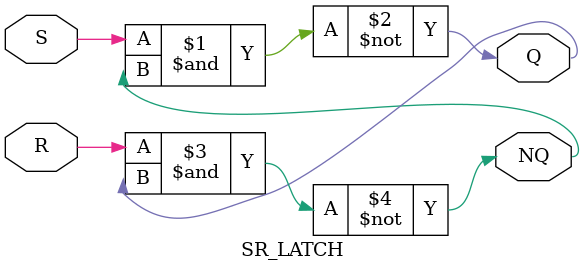
<source format=v>
module SR_LATCH(S, R, Q, NQ);
    input S, R;
    output Q, NQ;
    wire S, R;
	
	assign Q = ~(S & NQ);
	assign NQ = ~(R & Q);
		
endmodule
</source>
